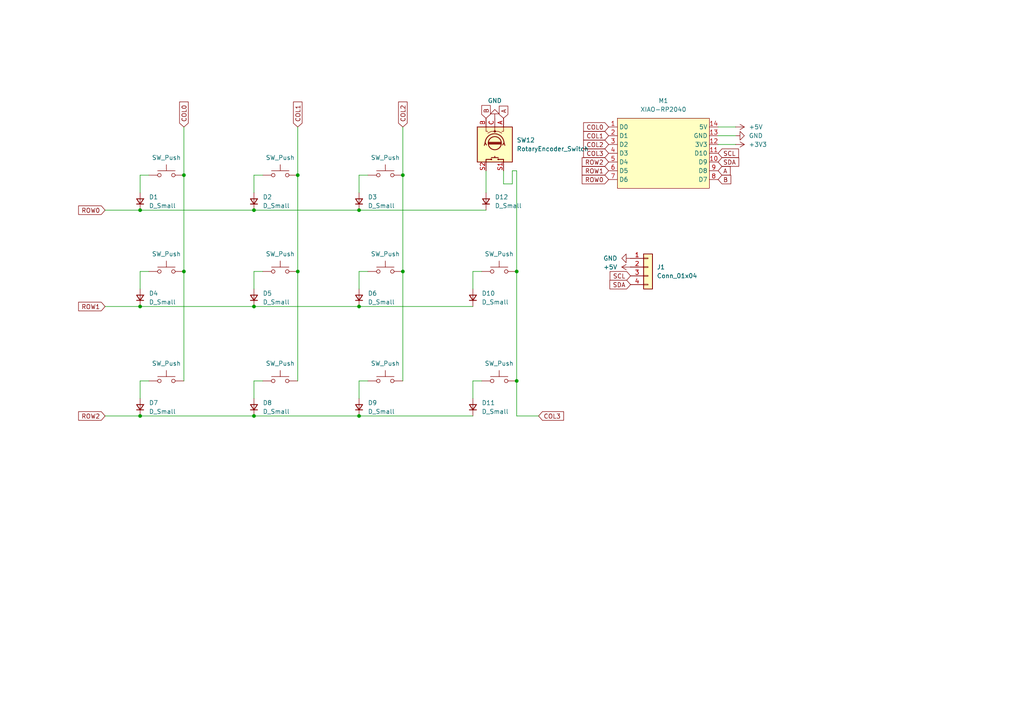
<source format=kicad_sch>
(kicad_sch (version 20231120) (generator "eeschema") (generator_version "8.0")
  (paper "A4")
  (lib_symbols
    (symbol "Connector_Generic:Conn_01x04" (pin_names (offset 1.016) hide)
      (property "Reference" "J" (at 0 5.08 0))
      (property "Value" "Conn_01x04" (at 0 -7.62 0))
      (symbol "Conn_01x04_1_1"
        (rectangle (start -1.27 -4.953) (end 0 -5.207) (stroke (width 0.1524)))
        (rectangle (start -1.27 -2.413) (end 0 -2.667) (stroke (width 0.1524)))
        (rectangle (start -1.27 0.127) (end 0 -0.127) (stroke (width 0.1524)))
        (rectangle (start -1.27 2.667) (end 0 2.413) (stroke (width 0.1524)))
        (rectangle (start -1.27 3.81) (end 1.27 -6.35) (stroke (width 0.254)) (fill (type background)))
        (pin passive line (at -5.08 2.54 0) (length 3.81) (name "Pin_1") (number "1"))
        (pin passive line (at -5.08 0 0) (length 3.81) (name "Pin_2") (number "2"))
        (pin passive line (at -5.08 -2.54 0) (length 3.81) (name "Pin_3") (number "3"))
        (pin passive line (at -5.08 -5.08 0) (length 3.81) (name "Pin_4") (number "4"))
      )
    )
    (symbol "Device:D_Small" (pin_numbers hide) (pin_names (offset 0.254) hide)
      (property "Reference" "D" (at -1.27 2.032 0))
      (property "Value" "D_Small" (at -3.81 -2.032 0))
      (symbol "D_Small_0_1"
        (polyline (pts (xy -0.762 -1.016) (xy -0.762 1.016)) (stroke (width 0.254)))
        (polyline (pts (xy -0.762 0) (xy 0.762 0)))
        (polyline (pts (xy 0.762 -1.016) (xy -0.762 0) (xy 0.762 1.016) (xy 0.762 -1.016)) (stroke (width 0.254)))
      )
      (symbol "D_Small_1_1"
        (pin passive line (at 2.54 0 180) (length 1.778) (name "A") (number "A"))
        (pin passive line (at -2.54 0 0) (length 1.778) (name "K") (number "K"))
      )
    )
    (symbol "Device:RotaryEncoder_Switch" (pin_names (offset 0.254) hide)
      (property "Reference" "SW" (at 0 6.604 0))
      (property "Value" "RotaryEncoder_Switch" (at 0 -6.604 0))
      (symbol "RotaryEncoder_Switch_0_1"
        (rectangle (start -5.08 5.08) (end 5.08 -5.08) (stroke (width 0.254)) (fill (type background)))
        (circle (center -3.81 0) (radius 0.254) (fill (type outline)))
        (circle (center -0.381 0) (radius 1.905) (stroke (width 0.254)))
        (arc (start -0.381 2.667) (mid -3.0988 -0.0635) (end -0.381 -2.794) (stroke (width 0.254)))
        (polyline (pts (xy -0.635 -1.778) (xy -0.635 1.778)) (stroke (width 0.254)))
        (polyline (pts (xy -0.381 -1.778) (xy -0.381 1.778)) (stroke (width 0.254)))
        (polyline (pts (xy -0.127 1.778) (xy -0.127 -1.778)) (stroke (width 0.254)))
        (polyline (pts (xy 3.81 0) (xy 3.429 0)) (stroke (width 0.254)))
        (polyline (pts (xy 3.81 1.016) (xy 3.81 -1.016)) (stroke (width 0.254)))
        (polyline (pts (xy -5.08 -2.54) (xy -3.81 -2.54) (xy -3.81 -2.032)))
        (polyline (pts (xy -5.08 2.54) (xy -3.81 2.54) (xy -3.81 2.032)))
        (polyline (pts (xy 0.254 -3.048) (xy -0.508 -2.794) (xy 0.127 -2.413)) (stroke (width 0.254)))
        (polyline (pts (xy 0.254 2.921) (xy -0.508 2.667) (xy 0.127 2.286)) (stroke (width 0.254)))
        (polyline (pts (xy 5.08 -2.54) (xy 4.318 -2.54) (xy 4.318 -1.016)) (stroke (width 0.254)))
        (polyline (pts (xy 5.08 2.54) (xy 4.318 2.54) (xy 4.318 1.016)) (stroke (width 0.254)))
        (polyline (pts (xy -5.08 0) (xy -3.81 0) (xy -3.81 -1.016) (xy -3.302 -2.032)))
        (polyline (pts (xy -4.318 0) (xy -3.81 0) (xy -3.81 1.016) (xy -3.302 2.032)))
        (circle (center 4.318 -1.016) (radius 0.127) (stroke (width 0.254)))
        (circle (center 4.318 1.016) (radius 0.127) (stroke (width 0.254)))
      )
      (symbol "RotaryEncoder_Switch_1_1"
        (pin passive line (at -7.62 2.54 0) (length 2.54) (name "A") (number "A"))
        (pin passive line (at -7.62 -2.54 0) (length 2.54) (name "B") (number "B"))
        (pin passive line (at -7.62 0 0) (length 2.54) (name "C") (number "C"))
        (pin passive line (at 7.62 2.54 180) (length 2.54) (name "S1") (number "S1"))
        (pin passive line (at 7.62 -2.54 180) (length 2.54) (name "S2") (number "S2"))
      )
    )
    (symbol "MCU_RaspberryPi:XIAO-RP2040"
      (property "Reference" "M" (at 0 0 0))
      (property "Value" "XIAO-RP2040" (at 0 2.54 0))
      (symbol "XIAO-RP2040_0_1"
        (rectangle (start -12.7 10.16) (end 13.97 -10.16) (fill (type background)))
      )
      (symbol "XIAO-RP2040_1_1"
        (pin bidirectional line (at -15.24 7.62 0) (length 2.54) (name "D0") (number "1"))
        (pin bidirectional line (at 16.51 -2.54 180) (length 2.54) (name "D9") (number "10"))
        (pin bidirectional line (at 16.51 0 180) (length 2.54) (name "D10") (number "11"))
        (pin power_in line (at 16.51 2.54 180) (length 2.54) (name "3V3") (number "12"))
        (pin power_in line (at 16.51 5.08 180) (length 2.54) (name "GND") (number "13"))
        (pin power_in line (at 16.51 7.62 180) (length 2.54) (name "5V") (number "14"))
        (pin bidirectional line (at -15.24 5.08 0) (length 2.54) (name "D1") (number "2"))
        (pin bidirectional line (at -15.24 2.54 0) (length 2.54) (name "D2") (number "3"))
        (pin bidirectional line (at -15.24 0 0) (length 2.54) (name "D3") (number "4"))
        (pin bidirectional line (at -15.24 -2.54 0) (length 2.54) (name "D4") (number "5"))
        (pin bidirectional line (at -15.24 -5.08 0) (length 2.54) (name "D5") (number "6"))
        (pin bidirectional line (at -15.24 -7.62 0) (length 2.54) (name "D6") (number "7"))
        (pin bidirectional line (at 16.51 -7.62 180) (length 2.54) (name "D7") (number "8"))
        (pin bidirectional line (at 16.51 -5.08 180) (length 2.54) (name "D8") (number "9"))
      )
    )
    (symbol "Switch:SW_Push" (pin_numbers hide) (pin_names (offset 1.016) hide)
      (property "Reference" "SW" (at 1.27 2.54 0))
      (property "Value" "SW_Push" (at 0 -1.524 0))
      (symbol "SW_Push_0_1"
        (circle (center -2.032 0) (radius 0.508))
        (polyline (pts (xy 0 1.27) (xy 0 3.048)))
        (polyline (pts (xy 2.54 1.27) (xy -2.54 1.27)))
        (circle (center 2.032 0) (radius 0.508))
        (pin passive line (at -5.08 0 0) (length 2.54) (name "1") (number "1"))
        (pin passive line (at 5.08 0 180) (length 2.54) (name "2") (number "2"))
      )
    )
    (symbol "power:+3V3" (power) (pin_numbers hide) (pin_names (offset 0) hide)
      (property "Value" "+3V3" (at 0 3.556 0))
      (symbol "+3V3_0_1"
        (polyline (pts (xy -0.762 1.27) (xy 0 2.54)))
        (polyline (pts (xy 0 0) (xy 0 2.54)))
        (polyline (pts (xy 0 2.54) (xy 0.762 1.27)))
      )
      (symbol "+3V3_1_1"
        (pin power_in line (at 0 0 90) (length 0) (name "~") (number "1"))
      )
    )
    (symbol "power:+5V" (power) (pin_numbers hide) (pin_names (offset 0) hide)
      (property "Value" "+5V" (at 0 3.556 0))
      (symbol "+5V_0_1"
        (polyline (pts (xy -0.762 1.27) (xy 0 2.54)))
        (polyline (pts (xy 0 0) (xy 0 2.54)))
        (polyline (pts (xy 0 2.54) (xy 0.762 1.27)))
      )
      (symbol "+5V_1_1"
        (pin power_in line (at 0 0 90) (length 0) (name "~") (number "1"))
      )
    )
    (symbol "power:GND" (power) (pin_numbers hide) (pin_names (offset 0) hide)
      (property "Value" "GND" (at 0 -3.81 0))
      (symbol "GND_0_1"
        (polyline (pts (xy 0 0) (xy 0 -1.27) (xy 1.27 -1.27) (xy 0 -2.54) (xy -1.27 -1.27) (xy 0 -1.27)))
      )
      (symbol "GND_1_1"
        (pin power_in line (at 0 0 270) (length 0) (name "~") (number "1"))
      )
    )
  )
  (junction (at 40.64 120.65))
  (junction (at 116.84 78.74))
  (junction (at 104.14 60.96))
  (junction (at 53.34 78.74))
  (junction (at 86.36 78.74))
  (junction (at 149.86 78.74))
  (junction (at 86.36 50.8))
  (junction (at 40.64 88.9))
  (junction (at 40.64 60.96))
  (junction (at 116.84 50.8))
  (junction (at 104.14 88.9))
  (junction (at 104.14 120.65))
  (junction (at 149.86 110.49))
  (junction (at 73.66 60.96))
  (junction (at 73.66 120.65))
  (junction (at 73.66 88.9))
  (junction (at 53.34 50.8))
  (wire (pts (xy 40.64 50.8) (xy 40.64 55.88)))
  (wire (pts (xy 104.14 78.74) (xy 104.14 83.82)))
  (wire (pts (xy 116.84 50.8) (xy 116.84 78.74)))
  (wire (pts (xy 53.34 36.83) (xy 53.34 50.8)))
  (wire (pts (xy 73.66 50.8) (xy 73.66 55.88)))
  (wire (pts (xy 43.18 78.74) (xy 40.64 78.74)))
  (wire (pts (xy 53.34 50.8) (xy 53.34 78.74)))
  (wire (pts (xy 137.16 110.49) (xy 137.16 115.57)))
  (wire (pts (xy 53.34 78.74) (xy 53.34 110.49)))
  (wire (pts (xy 40.64 78.74) (xy 40.64 83.82)))
  (wire (pts (xy 140.97 49.53) (xy 140.97 55.88)))
  (wire (pts (xy 149.86 49.53) (xy 149.86 78.74)))
  (wire (pts (xy 106.68 78.74) (xy 104.14 78.74)))
  (wire (pts (xy 76.2 110.49) (xy 73.66 110.49)))
  (wire (pts (xy 104.14 50.8) (xy 104.14 55.88)))
  (wire (pts (xy 86.36 50.8) (xy 86.36 78.74)))
  (wire (pts (xy 146.05 49.53) (xy 146.05 53.34)))
  (wire (pts (xy 208.28 41.91) (xy 213.36 41.91)))
  (wire (pts (xy 73.66 78.74) (xy 73.66 83.82)))
  (wire (pts (xy 149.86 120.65) (xy 156.21 120.65)))
  (wire (pts (xy 104.14 60.96) (xy 140.97 60.96)))
  (wire (pts (xy 30.48 60.96) (xy 40.64 60.96)))
  (wire (pts (xy 116.84 78.74) (xy 116.84 110.49)))
  (wire (pts (xy 137.16 78.74) (xy 137.16 83.82)))
  (wire (pts (xy 43.18 110.49) (xy 40.64 110.49)))
  (wire (pts (xy 104.14 88.9) (xy 137.16 88.9)))
  (wire (pts (xy 106.68 50.8) (xy 104.14 50.8)))
  (wire (pts (xy 208.28 39.37) (xy 213.36 39.37)))
  (wire (pts (xy 40.64 110.49) (xy 40.64 115.57)))
  (wire (pts (xy 139.7 110.49) (xy 137.16 110.49)))
  (wire (pts (xy 76.2 78.74) (xy 73.66 78.74)))
  (wire (pts (xy 86.36 36.83) (xy 86.36 50.8)))
  (wire (pts (xy 73.66 60.96) (xy 104.14 60.96)))
  (wire (pts (xy 148.59 49.53) (xy 149.86 49.53)))
  (wire (pts (xy 149.86 110.49) (xy 149.86 120.65)))
  (wire (pts (xy 40.64 60.96) (xy 73.66 60.96)))
  (wire (pts (xy 139.7 78.74) (xy 137.16 78.74)))
  (wire (pts (xy 76.2 50.8) (xy 73.66 50.8)))
  (wire (pts (xy 106.68 110.49) (xy 104.14 110.49)))
  (wire (pts (xy 149.86 78.74) (xy 149.86 110.49)))
  (wire (pts (xy 40.64 88.9) (xy 73.66 88.9)))
  (wire (pts (xy 30.48 120.65) (xy 40.64 120.65)))
  (wire (pts (xy 104.14 110.49) (xy 104.14 115.57)))
  (wire (pts (xy 73.66 88.9) (xy 104.14 88.9)))
  (wire (pts (xy 30.48 88.9) (xy 40.64 88.9)))
  (wire (pts (xy 73.66 120.65) (xy 104.14 120.65)))
  (wire (pts (xy 43.18 50.8) (xy 40.64 50.8)))
  (wire (pts (xy 148.59 53.34) (xy 148.59 49.53)))
  (wire (pts (xy 73.66 110.49) (xy 73.66 115.57)))
  (wire (pts (xy 104.14 120.65) (xy 137.16 120.65)))
  (wire (pts (xy 208.28 36.83) (xy 213.36 36.83)))
  (wire (pts (xy 86.36 78.74) (xy 86.36 110.49)))
  (wire (pts (xy 116.84 36.83) (xy 116.84 50.8)))
  (wire (pts (xy 40.64 120.65) (xy 73.66 120.65)))
  (wire (pts (xy 146.05 53.34) (xy 148.59 53.34)))
  (global_label "COL1" (shape input) (at 176.53 39.37 180) (property "Intersheetrefs" "${INTERSHEET_REFS}" (effects (hide yes))))
  (global_label "ROW2" (shape input) (at 176.53 46.99 180) (property "Intersheetrefs" "${INTERSHEET_REFS}" (effects (hide yes))))
  (global_label "ROW1" (shape input) (at 176.53 49.53 180) (property "Intersheetrefs" "${INTERSHEET_REFS}" (effects (hide yes))))
  (global_label "COL3" (shape input) (at 176.53 44.45 180) (property "Intersheetrefs" "${INTERSHEET_REFS}" (effects (hide yes))))
  (global_label "A" (shape input) (at 146.05 34.29 90) (property "Intersheetrefs" "${INTERSHEET_REFS}" (effects (hide yes))))
  (global_label "COL0" (shape input) (at 176.53 36.83 180) (property "Intersheetrefs" "${INTERSHEET_REFS}" (effects (hide yes))))
  (global_label "ROW0" (shape input) (at 30.48 60.96 180) (property "Intersheetrefs" "${INTERSHEET_REFS}" (effects (hide yes))))
  (global_label "SCL" (shape input) (at 208.28 44.45 0) (property "Intersheetrefs" "${INTERSHEET_REFS}" (effects (hide yes))))
  (global_label "COL2" (shape input) (at 116.84 36.83 90) (property "Intersheetrefs" "${INTERSHEET_REFS}" (effects (hide yes))))
  (global_label "B" (shape input) (at 208.28 52.07 0) (property "Intersheetrefs" "${INTERSHEET_REFS}" (effects (hide yes))))
  (global_label "A" (shape input) (at 208.28 49.53 0) (property "Intersheetrefs" "${INTERSHEET_REFS}" (effects (hide yes))))
  (global_label "SDA" (shape input) (at 182.88 82.55 180) (property "Intersheetrefs" "${INTERSHEET_REFS}" (effects (hide yes))))
  (global_label "ROW0" (shape input) (at 176.53 52.07 180) (property "Intersheetrefs" "${INTERSHEET_REFS}" (effects (hide yes))))
  (global_label "ROW1" (shape input) (at 30.48 88.9 180) (property "Intersheetrefs" "${INTERSHEET_REFS}" (effects (hide yes))))
  (global_label "SCL" (shape input) (at 182.88 80.01 180) (property "Intersheetrefs" "${INTERSHEET_REFS}" (effects (hide yes))))
  (global_label "B" (shape input) (at 140.97 34.29 90) (property "Intersheetrefs" "${INTERSHEET_REFS}" (effects (hide yes))))
  (global_label "COL2" (shape input) (at 176.53 41.91 180) (property "Intersheetrefs" "${INTERSHEET_REFS}" (effects (hide yes))))
  (global_label "COL0" (shape input) (at 53.34 36.83 90) (property "Intersheetrefs" "${INTERSHEET_REFS}" (effects (hide yes))))
  (global_label "COL1" (shape input) (at 86.36 36.83 90) (property "Intersheetrefs" "${INTERSHEET_REFS}" (effects (hide yes))))
  (global_label "COL3" (shape input) (at 156.21 120.65 0) (property "Intersheetrefs" "${INTERSHEET_REFS}" (effects (hide yes))))
  (global_label "ROW2" (shape input) (at 30.48 120.65 180) (property "Intersheetrefs" "${INTERSHEET_REFS}" (effects (hide yes))))
  (global_label "SDA" (shape input) (at 208.28 46.99 0) (property "Intersheetrefs" "${INTERSHEET_REFS}" (effects (hide yes))))
  (symbol (lib_id "Device:D_Small") (at 137.16 86.36 90) (unit 1)
    (property "Reference" "D10" (at 139.7 85.0899 90) (effects (justify right)))
    (property "Value" "D_Small" (at 139.7 87.6299 90) (effects (justify right)))
    (property "Footprint" "CUSTOM LIBRARY:DIODE-1N4148" (effects (hide yes)))
    (property "Description" "Diode, small symbol" (effects (hide yes)))
    (property "Sim.Device" "D" (effects (hide yes)))
    (property "Sim.Pins" "1=K 2=A" (effects (hide yes)))
  )
  (symbol (lib_id "power:+5V") (at 213.36 36.83 270) (unit 1)
    (property "Reference" "#PWR01" (effects (hide yes)))
    (property "Value" "+5V" (at 217.17 36.8299 90) (effects (justify left)))
    (property "Description" "Power symbol creates a global label with name \"+5V\"" (effects (hide yes)))
  )
  (symbol (lib_id "Device:D_Small") (at 140.97 58.42 90) (unit 1)
    (property "Reference" "D12" (at 143.51 57.1499 90) (effects (justify right)))
    (property "Value" "D_Small" (at 143.51 59.6899 90) (effects (justify right)))
    (property "Footprint" "CUSTOM LIBRARY:DIODE-1N4148" (effects (hide yes)))
    (property "Description" "Diode, small symbol" (effects (hide yes)))
    (property "Sim.Device" "D" (effects (hide yes)))
    (property "Sim.Pins" "1=K 2=A" (effects (hide yes)))
  )
  (symbol (lib_id "Switch:SW_Push") (at 48.26 78.74 0) (unit 1)
    (property "Reference" "SW4" (effects (hide yes)))
    (property "Value" "SW_Push" (at 48.26 73.66 0))
    (property "Footprint" "CUSTOM LIBRARY:SW_Cherry_MX_1.00u_PCB" (effects (hide yes)))
    (property "Description" "Push button switch, generic, two pins" (effects (hide yes)))
  )
  (symbol (lib_id "Switch:SW_Push") (at 111.76 78.74 0) (unit 1)
    (property "Reference" "SW6" (effects (hide yes)))
    (property "Value" "SW_Push" (at 111.76 73.66 0))
    (property "Footprint" "CUSTOM LIBRARY:SW_Cherry_MX_1.00u_PCB" (effects (hide yes)))
    (property "Description" "Push button switch, generic, two pins" (effects (hide yes)))
  )
  (symbol (lib_id "Device:D_Small") (at 104.14 58.42 90) (unit 1)
    (property "Reference" "D3" (at 106.68 57.1499 90) (effects (justify right)))
    (property "Value" "D_Small" (at 106.68 59.6899 90) (effects (justify right)))
    (property "Footprint" "CUSTOM LIBRARY:DIODE-1N4148" (effects (hide yes)))
    (property "Description" "Diode, small symbol" (effects (hide yes)))
    (property "Sim.Device" "D" (effects (hide yes)))
    (property "Sim.Pins" "1=K 2=A" (effects (hide yes)))
  )
  (symbol (lib_id "Switch:SW_Push") (at 111.76 110.49 0) (unit 1)
    (property "Reference" "SW9" (effects (hide yes)))
    (property "Value" "SW_Push" (at 111.76 105.41 0))
    (property "Footprint" "CUSTOM LIBRARY:SW_Cherry_MX_1.00u_PCB" (effects (hide yes)))
    (property "Description" "Push button switch, generic, two pins" (effects (hide yes)))
  )
  (symbol (lib_id "power:GND") (at 213.36 39.37 90) (unit 1)
    (property "Reference" "#PWR02" (effects (hide yes)))
    (property "Value" "GND" (at 217.17 39.3699 90) (effects (justify right)))
    (property "Description" "Power symbol creates a global label with name \"GND\" , ground" (effects (hide yes)))
  )
  (symbol (lib_id "Switch:SW_Push") (at 81.28 50.8 0) (unit 1)
    (property "Reference" "SW2" (effects (hide yes)))
    (property "Value" "SW_Push" (at 81.28 45.72 0))
    (property "Footprint" "CUSTOM LIBRARY:SW_Cherry_MX_1.00u_PCB" (effects (hide yes)))
    (property "Description" "Push button switch, generic, two pins" (effects (hide yes)))
  )
  (symbol (lib_id "Device:D_Small") (at 73.66 58.42 90) (unit 1)
    (property "Reference" "D2" (at 76.2 57.1499 90) (effects (justify right)))
    (property "Value" "D_Small" (at 76.2 59.6899 90) (effects (justify right)))
    (property "Footprint" "CUSTOM LIBRARY:DIODE-1N4148" (effects (hide yes)))
    (property "Description" "Diode, small symbol" (effects (hide yes)))
    (property "Sim.Device" "D" (effects (hide yes)))
    (property "Sim.Pins" "1=K 2=A" (effects (hide yes)))
  )
  (symbol (lib_id "Device:RotaryEncoder_Switch") (at 143.51 41.91 270) (unit 1)
    (property "Reference" "SW12" (at 149.86 40.6399 90) (effects (justify left)))
    (property "Value" "RotaryEncoder_Switch" (at 149.86 43.1799 90) (effects (justify left)))
    (property "Footprint" "CUSTOM LIBRARY:RotaryEncoder_Alps_EC11E-Switch_Vertical_H20mm" (effects (hide yes)))
    (property "Description" "Rotary encoder, dual channel, incremental quadrate outputs, with switch" (effects (hide yes)))
  )
  (symbol (lib_id "Device:D_Small") (at 73.66 86.36 90) (unit 1)
    (property "Reference" "D5" (at 76.2 85.0899 90) (effects (justify right)))
    (property "Value" "D_Small" (at 76.2 87.6299 90) (effects (justify right)))
    (property "Footprint" "CUSTOM LIBRARY:DIODE-1N4148" (effects (hide yes)))
    (property "Description" "Diode, small symbol" (effects (hide yes)))
    (property "Sim.Device" "D" (effects (hide yes)))
    (property "Sim.Pins" "1=K 2=A" (effects (hide yes)))
  )
  (symbol (lib_id "Switch:SW_Push") (at 48.26 110.49 0) (unit 1)
    (property "Reference" "SW7" (effects (hide yes)))
    (property "Value" "SW_Push" (at 48.26 105.41 0))
    (property "Footprint" "CUSTOM LIBRARY:SW_Cherry_MX_1.00u_PCB" (effects (hide yes)))
    (property "Description" "Push button switch, generic, two pins" (effects (hide yes)))
  )
  (symbol (lib_id "power:GND") (at 143.51 34.29 180) (unit 1)
    (property "Reference" "#PWR05" (effects (hide yes)))
    (property "Value" "GND" (at 143.51 29.21 0))
    (property "Description" "Power symbol creates a global label with name \"GND\" , ground" (effects (hide yes)))
  )
  (symbol (lib_id "Device:D_Small") (at 40.64 118.11 90) (unit 1)
    (property "Reference" "D7" (at 43.18 116.8399 90) (effects (justify right)))
    (property "Value" "D_Small" (at 43.18 119.3799 90) (effects (justify right)))
    (property "Footprint" "CUSTOM LIBRARY:DIODE-1N4148" (effects (hide yes)))
    (property "Description" "Diode, small symbol" (effects (hide yes)))
    (property "Sim.Device" "D" (effects (hide yes)))
    (property "Sim.Pins" "1=K 2=A" (effects (hide yes)))
  )
  (symbol (lib_id "Switch:SW_Push") (at 111.76 50.8 0) (unit 1)
    (property "Reference" "SW3" (effects (hide yes)))
    (property "Value" "SW_Push" (at 111.76 45.72 0))
    (property "Footprint" "CUSTOM LIBRARY:SW_Cherry_MX_1.00u_PCB" (effects (hide yes)))
    (property "Description" "Push button switch, generic, two pins" (effects (hide yes)))
  )
  (symbol (lib_id "Device:D_Small") (at 40.64 58.42 90) (unit 1)
    (property "Reference" "D1" (at 43.18 57.1499 90) (effects (justify right)))
    (property "Value" "D_Small" (at 43.18 59.6899 90) (effects (justify right)))
    (property "Footprint" "CUSTOM LIBRARY:DIODE-1N4148" (effects (hide yes)))
    (property "Description" "Diode, small symbol" (effects (hide yes)))
    (property "Sim.Device" "D" (effects (hide yes)))
    (property "Sim.Pins" "1=K 2=A" (effects (hide yes)))
  )
  (symbol (lib_id "Connector_Generic:Conn_01x04") (at 187.96 77.47 0) (unit 1)
    (property "Reference" "J1" (at 190.5 77.4699 0) (effects (justify left)))
    (property "Value" "Conn_01x04" (at 190.5 80.0099 0) (effects (justify left)))
    (property "Footprint" "CUSTOM LIBRARY:SSD1306-0.91-OLED-4pin-128x32" (effects (hide yes)))
    (property "Description" "Generic connector, single row, 01x04, script generated (kicad-library-utils/schlib/autogen/connector/)" (effects (hide yes)))
  )
  (symbol (lib_id "Device:D_Small") (at 73.66 118.11 90) (unit 1)
    (property "Reference" "D8" (at 76.2 116.8399 90) (effects (justify right)))
    (property "Value" "D_Small" (at 76.2 119.3799 90) (effects (justify right)))
    (property "Footprint" "CUSTOM LIBRARY:DIODE-1N4148" (effects (hide yes)))
    (property "Description" "Diode, small symbol" (effects (hide yes)))
    (property "Sim.Device" "D" (effects (hide yes)))
    (property "Sim.Pins" "1=K 2=A" (effects (hide yes)))
  )
  (symbol (lib_id "power:+5V") (at 182.88 77.47 90) (unit 1)
    (property "Reference" "#PWR06" (effects (hide yes)))
    (property "Value" "+5V" (at 179.07 77.4699 90) (effects (justify left)))
    (property "Description" "Power symbol creates a global label with name \"+5V\"" (effects (hide yes)))
  )
  (symbol (lib_id "Switch:SW_Push") (at 144.78 78.74 0) (unit 1)
    (property "Reference" "SW10" (effects (hide yes)))
    (property "Value" "SW_Push" (at 144.78 73.66 0))
    (property "Footprint" "CUSTOM LIBRARY:SW_Cherry_MX_1.00u_PCB" (effects (hide yes)))
    (property "Description" "Push button switch, generic, two pins" (effects (hide yes)))
  )
  (symbol (lib_id "Switch:SW_Push") (at 81.28 78.74 0) (unit 1)
    (property "Reference" "SW5" (effects (hide yes)))
    (property "Value" "SW_Push" (at 81.28 73.66 0))
    (property "Footprint" "CUSTOM LIBRARY:SW_Cherry_MX_1.00u_PCB" (effects (hide yes)))
    (property "Description" "Push button switch, generic, two pins" (effects (hide yes)))
  )
  (symbol (lib_id "Device:D_Small") (at 104.14 118.11 90) (unit 1)
    (property "Reference" "D9" (at 106.68 116.8399 90) (effects (justify right)))
    (property "Value" "D_Small" (at 106.68 119.3799 90) (effects (justify right)))
    (property "Footprint" "CUSTOM LIBRARY:DIODE-1N4148" (effects (hide yes)))
    (property "Description" "Diode, small symbol" (effects (hide yes)))
    (property "Sim.Device" "D" (effects (hide yes)))
    (property "Sim.Pins" "1=K 2=A" (effects (hide yes)))
  )
  (symbol (lib_id "MCU_RaspberryPi:XIAO-RP2040") (at 191.77 44.45 0) (unit 1)
    (property "Reference" "M1" (at 192.405 29.21 0))
    (property "Value" "XIAO-RP2040" (at 192.405 31.75 0))
    (property "Footprint" "CUSTOM LIBRARY:XIAO-RP2040" (effects (hide yes)))
  )
  (symbol (lib_id "Switch:SW_Push") (at 48.26 50.8 0) (unit 1)
    (property "Reference" "SW1" (effects (hide yes)))
    (property "Value" "SW_Push" (at 48.26 45.72 0))
    (property "Footprint" "CUSTOM LIBRARY:SW_Cherry_MX_1.00u_PCB" (effects (hide yes)))
    (property "Description" "Push button switch, generic, two pins" (effects (hide yes)))
  )
  (symbol (lib_id "Device:D_Small") (at 104.14 86.36 90) (unit 1)
    (property "Reference" "D6" (at 106.68 85.0899 90) (effects (justify right)))
    (property "Value" "D_Small" (at 106.68 87.6299 90) (effects (justify right)))
    (property "Footprint" "CUSTOM LIBRARY:DIODE-1N4148" (effects (hide yes)))
    (property "Description" "Diode, small symbol" (effects (hide yes)))
    (property "Sim.Device" "D" (effects (hide yes)))
    (property "Sim.Pins" "1=K 2=A" (effects (hide yes)))
  )
  (symbol (lib_id "Device:D_Small") (at 137.16 118.11 90) (unit 1)
    (property "Reference" "D11" (at 139.7 116.8399 90) (effects (justify right)))
    (property "Value" "D_Small" (at 139.7 119.3799 90) (effects (justify right)))
    (property "Footprint" "CUSTOM LIBRARY:DIODE-1N4148" (effects (hide yes)))
    (property "Description" "Diode, small symbol" (effects (hide yes)))
    (property "Sim.Device" "D" (effects (hide yes)))
    (property "Sim.Pins" "1=K 2=A" (effects (hide yes)))
  )
  (symbol (lib_id "Switch:SW_Push") (at 144.78 110.49 0) (unit 1)
    (property "Reference" "SW11" (effects (hide yes)))
    (property "Value" "SW_Push" (at 144.78 105.41 0))
    (property "Footprint" "CUSTOM LIBRARY:SW_Cherry_MX_1.00u_PCB" (effects (hide yes)))
    (property "Description" "Push button switch, generic, two pins" (effects (hide yes)))
  )
  (symbol (lib_id "power:GND") (at 182.88 74.93 270) (unit 1)
    (property "Reference" "#PWR04" (effects (hide yes)))
    (property "Value" "GND" (at 179.07 74.9299 90) (effects (justify right)))
    (property "Description" "Power symbol creates a global label with name \"GND\" , ground" (effects (hide yes)))
  )
  (symbol (lib_id "Switch:SW_Push") (at 81.28 110.49 0) (unit 1)
    (property "Reference" "SW8" (effects (hide yes)))
    (property "Value" "SW_Push" (at 81.28 105.41 0))
    (property "Footprint" "CUSTOM LIBRARY:SW_Cherry_MX_1.00u_PCB" (effects (hide yes)))
    (property "Description" "Push button switch, generic, two pins" (effects (hide yes)))
  )
  (symbol (lib_id "Device:D_Small") (at 40.64 86.36 90) (unit 1)
    (property "Reference" "D4" (at 43.18 85.0899 90) (effects (justify right)))
    (property "Value" "D_Small" (at 43.18 87.6299 90) (effects (justify right)))
    (property "Footprint" "CUSTOM LIBRARY:DIODE-1N4148" (effects (hide yes)))
    (property "Description" "Diode, small symbol" (effects (hide yes)))
    (property "Sim.Device" "D" (effects (hide yes)))
    (property "Sim.Pins" "1=K 2=A" (effects (hide yes)))
  )
  (symbol (lib_id "power:+3V3") (at 213.36 41.91 270) (unit 1)
    (property "Reference" "#PWR03" (effects (hide yes)))
    (property "Value" "+3V3" (at 217.17 41.9099 90) (effects (justify left)))
    (property "Description" "Power symbol creates a global label with name \"+3V3\"" (effects (hide yes)))
  )
)
</source>
